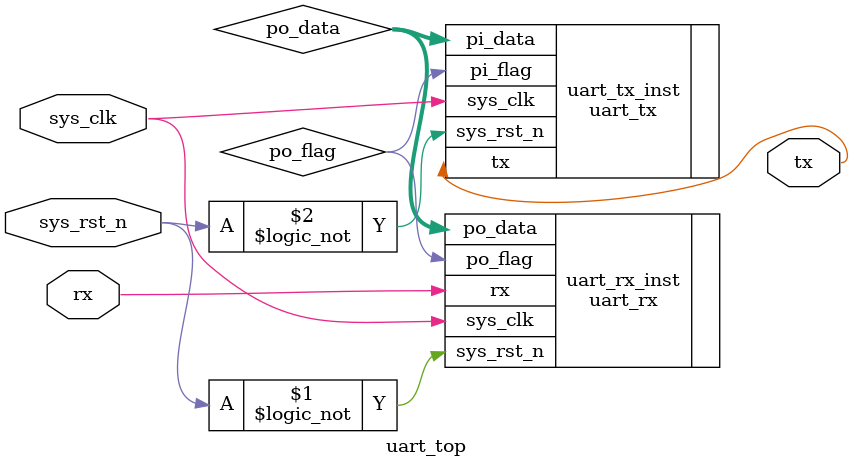
<source format=v>
`timescale  1ns/1ns

module  uart_top
(
    input   wire    sys_clk     ,   //clk 50MHz
    input   wire    sys_rst_n   ,  
    input   wire    rx          ,  

    output  wire    tx            
);

 
parameter   UART_BPS    =   20'd9600        ,    
            CLK_FREQ    =   26'd50_000_000  ;   

//wire  define
wire    [7:0]   po_data;
wire            po_flag;

 
uart_rx
#(
    .UART_BPS    (UART_BPS  ),   
    .CLK_FREQ    (CLK_FREQ  )   
)
uart_rx_inst
(
    .sys_clk    (sys_clk    ),   
    .sys_rst_n  (!sys_rst_n  ),   
    .rx         (rx         ),   
            
    .po_data    (po_data    ),   
    .po_flag    (po_flag    )   
);

 
uart_tx
#(
    .UART_BPS    (UART_BPS  ),   
    .CLK_FREQ    (CLK_FREQ  )  
)
uart_tx_inst
(
    .sys_clk    (sys_clk    ),   
    .sys_rst_n  (!sys_rst_n  ),   
    .pi_data    (po_data    ),  
    .pi_flag    (po_flag    ),  
                
    .tx         (tx         )    
);

endmodule

</source>
